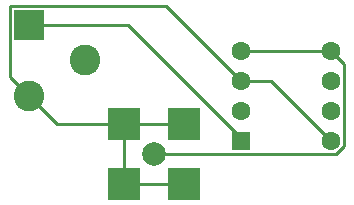
<source format=gbr>
%TF.GenerationSoftware,KiCad,Pcbnew,9.0.0*%
%TF.CreationDate,2025-04-13T17:51:54-07:00*%
%TF.ProjectId,compact_photodiode_v2,636f6d70-6163-4745-9f70-686f746f6469,rev?*%
%TF.SameCoordinates,Original*%
%TF.FileFunction,Copper,L1,Top*%
%TF.FilePolarity,Positive*%
%FSLAX46Y46*%
G04 Gerber Fmt 4.6, Leading zero omitted, Abs format (unit mm)*
G04 Created by KiCad (PCBNEW 9.0.0) date 2025-04-13 17:51:54*
%MOMM*%
%LPD*%
G01*
G04 APERTURE LIST*
%TA.AperFunction,ComponentPad*%
%ADD10R,2.700000X2.700000*%
%TD*%
%TA.AperFunction,ComponentPad*%
%ADD11C,2.000000*%
%TD*%
%TA.AperFunction,ComponentPad*%
%ADD12R,2.600000X2.600000*%
%TD*%
%TA.AperFunction,ComponentPad*%
%ADD13C,2.600000*%
%TD*%
%TA.AperFunction,ComponentPad*%
%ADD14R,1.600000X1.600000*%
%TD*%
%TA.AperFunction,ComponentPad*%
%ADD15C,1.600000*%
%TD*%
%TA.AperFunction,Conductor*%
%ADD16C,0.250000*%
%TD*%
G04 APERTURE END LIST*
D10*
%TO.P,U2,1,GND*%
%TO.N,GND*%
X150600000Y-125280000D03*
X150600000Y-120200000D03*
X145520000Y-125280000D03*
X145520000Y-120200000D03*
D11*
%TO.P,U2,2,IN*%
%TO.N,Net-(U1-FB)*%
X148060000Y-122740000D03*
%TD*%
D12*
%TO.P,BT1,1,+*%
%TO.N,+9V*%
X137450000Y-111800000D03*
D13*
%TO.P,BT1,2,-*%
%TO.N,GND*%
X137450000Y-117800000D03*
%TO.P,BT1,3*%
%TO.N,N/C*%
X142150000Y-114800000D03*
%TD*%
D14*
%TO.P,U1,1,VS*%
%TO.N,+9V*%
X155390000Y-121600000D03*
D15*
%TO.P,U1,2,-IN*%
%TO.N,unconnected-(U1--IN-Pad2)*%
X155390000Y-119060000D03*
%TO.P,U1,3,V-*%
%TO.N,GND*%
X155390000Y-116520000D03*
%TO.P,U1,4,FB*%
%TO.N,Net-(U1-FB)*%
X155390000Y-113980000D03*
%TO.P,U1,5,OUT*%
X163010000Y-113980000D03*
%TO.P,U1,6,NC*%
%TO.N,unconnected-(U1-NC-Pad6)*%
X163010000Y-116520000D03*
%TO.P,U1,7,NC*%
%TO.N,unconnected-(U1-NC-Pad7)*%
X163010000Y-119060000D03*
%TO.P,U1,8,COM*%
%TO.N,GND*%
X163010000Y-121600000D03*
%TD*%
D16*
%TO.N,GND*%
X137450000Y-117800000D02*
X135824000Y-116174000D01*
X145520000Y-120200000D02*
X145520000Y-125280000D01*
X150600000Y-125280000D02*
X144930000Y-125280000D01*
X149044000Y-110174000D02*
X155390000Y-116520000D01*
X135824000Y-116174000D02*
X135824000Y-110174000D01*
X135824000Y-110174000D02*
X149044000Y-110174000D01*
X139850000Y-120200000D02*
X137450000Y-117800000D01*
X145520000Y-120200000D02*
X139850000Y-120200000D01*
X150600000Y-120200000D02*
X145520000Y-120200000D01*
X157930000Y-116520000D02*
X163010000Y-121600000D01*
X155390000Y-116520000D02*
X157930000Y-116520000D01*
%TO.N,+9V*%
X155390000Y-121390000D02*
X155390000Y-121600000D01*
X137450000Y-111800000D02*
X145800000Y-111800000D01*
X145800000Y-111800000D02*
X155390000Y-121390000D01*
X137450000Y-111800000D02*
X137450000Y-112450000D01*
%TO.N,Net-(U1-FB)*%
X164136000Y-122066405D02*
X164136000Y-115106000D01*
X148060000Y-122740000D02*
X163462405Y-122740000D01*
X155390000Y-113980000D02*
X163010000Y-113980000D01*
X164136000Y-115106000D02*
X163010000Y-113980000D01*
X163462405Y-122740000D02*
X164136000Y-122066405D01*
%TD*%
M02*

</source>
